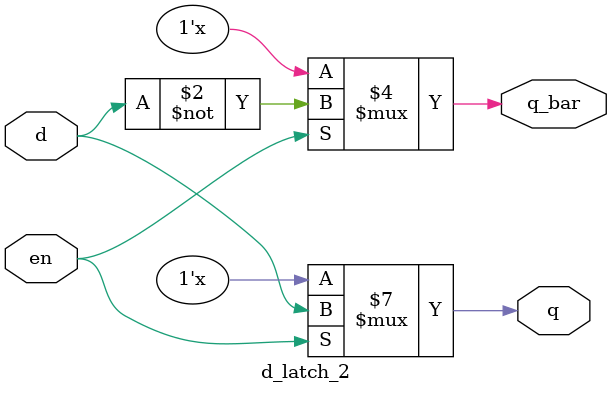
<source format=v>
module d_latch_2(input d,en,output reg q,q_bar);
always@(*)
begin
	if(en)
	begin
 q<=d;
 q_bar<=~d;
 end
 else
 begin
	 q<=1'bx;
         q_bar<=1'bx;
 end
 end
endmodule

</source>
